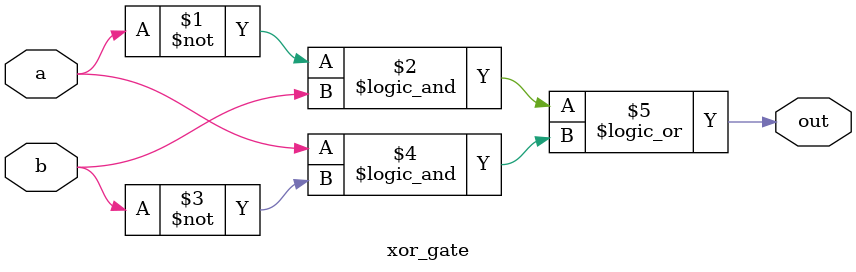
<source format=v>
module xor_gate(a, b, out);

    input a;
    input b;
    output out;

    assign out = (~a && b) || (a && ~b);

endmodule
</source>
